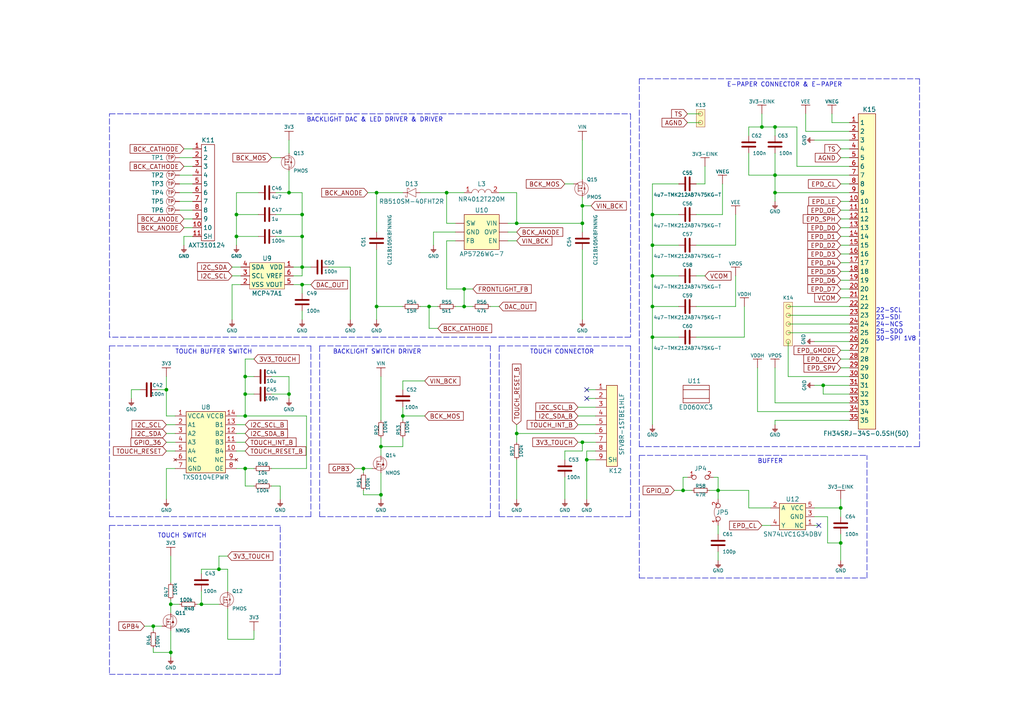
<source format=kicad_sch>
(kicad_sch (version 20211123) (generator eeschema)
  (paper "A4")
  (title_block (title "Soldered Inkplate 6 FLICK") (date "2024-05-20") (rev "V1.2.0") (company "SOLDERED") (comment 1 "333317"))
  (lib_symbols
    (symbol "e-radionica.com schematics:0603C" (pin_numbers hide) (pin_names (offset 0.002))
      (property "Reference" "C" (at 0 3.81 0))
      (property "Value" "0603C" (at 0 -3.175 0))
      (symbol "0603C_1_1"
        (pin passive line (at -2.54 0 0) (length 1.9) (name "~") (number "1"))
        (pin passive line (at 2.54 0 180) (length 1.9) (name "~") (number "2"))
      )
    )
    (symbol "e-radionica.com schematics:0603R" (pin_numbers hide) (pin_names (offset 0.254))
      (property "Reference" "R" (at 0 1.27 0))
      (property "Value" "0603R" (at 0 -1.905 0))
      (symbol "0603R_1_1"
        (pin passive line (at -2.54 0 0) (length 0.63) (name "~") (number "1"))
        (pin passive line (at 2.54 0 180) (length 0.63) (name "~") (number "2"))
      )
    )
    (symbol "e-radionica.com schematics:0805C" (pin_numbers hide)
      (property "Reference" "C" (at 0 3.81 0))
      (property "Value" "0805C" (at 0 -3.175 0))
      (symbol "0805C_1_1"
        (pin passive line (at -2.54 0 0) (length 1.9) (name "~") (number "1"))
        (pin passive line (at 2.54 0 180) (length 1.9) (name "~") (number "2"))
      )
    )
    (symbol "e-radionica.com schematics:1206C" (pin_numbers hide)
      (property "Reference" "C" (at 0 3.81 0))
      (property "Value" "1206C" (at 0 -3.175 0))
      (symbol "1206C_1_1"
        (pin passive line (at -2.54 0 0) (length 1.9) (name "~") (number "1"))
        (pin passive line (at 2.54 0 180) (length 1.9) (name "~") (number "2"))
      )
    )
    (symbol "e-radionica.com schematics:3V3" (power) (pin_names (offset 0))
      (property "Value" "3V3" (at 0 3.556 0))
      (symbol "3V3_1_1"
        (pin power_in line (at 0 0 90) (length 0) hide (name "3V3") (number "1"))
      )
    )
    (symbol "e-radionica.com schematics:3V3-EINK" (power) (pin_names (offset 0))
      (property "Value" "3V3-EINK" (at 0 3.556 0))
      (symbol "3V3-EINK_1_1"
        (pin power_in line (at 0 0 90) (length 0) hide (name "3V3-EINK") (number "1"))
      )
    )
    (symbol "e-radionica.com schematics:AP5726WG-7" (pin_numbers hide)
      (property "Reference" "U" (at 0 6.35 0))
      (property "Value" "AP5726WG-7" (at 0 -6.35 0))
      (symbol "AP5726WG-7_1_1"
        (pin passive line (at -7.62 2.54 0) (length 2.54) (name "SW") (number "1"))
        (pin passive line (at -7.62 0 0) (length 2.54) (name "GND") (number "2"))
        (pin passive line (at -7.62 -2.54 0) (length 2.54) (name "FB") (number "3"))
        (pin passive line (at 7.62 -2.54 180) (length 2.54) (name "EN") (number "4"))
        (pin passive line (at 7.62 0 180) (length 2.54) (name "OVP") (number "5"))
        (pin passive line (at 7.62 2.54 180) (length 2.54) (name "VIN") (number "6"))
      )
    )
    (symbol "e-radionica.com schematics:AXT310124"
      (property "Reference" "K" (at 0 15.24 0))
      (property "Value" "AXT310124" (at 0 -15.24 0))
      (symbol "AXT310124_1_1"
        (pin passive line (at -3.81 12.7 0) (length 2.54) (name "1") (number "1"))
        (pin passive line (at -3.81 -10.16 0) (length 2.54) (name "10") (number "10"))
        (pin passive line (at -3.81 -12.7 0) (length 2.54) (name "SH") (number "11"))
        (pin passive line (at -3.81 10.16 0) (length 2.54) (name "2") (number "2"))
        (pin passive line (at -3.81 7.62 0) (length 2.54) (name "3") (number "3"))
        (pin passive line (at -3.81 5.08 0) (length 2.54) (name "4") (number "4"))
        (pin passive line (at -3.81 2.54 0) (length 2.54) (name "5") (number "5"))
        (pin passive line (at -3.81 0 0) (length 2.54) (name "6") (number "6"))
        (pin passive line (at -3.81 -2.54 0) (length 2.54) (name "7") (number "7"))
        (pin passive line (at -3.81 -5.08 0) (length 2.54) (name "8") (number "8"))
        (pin passive line (at -3.81 -7.62 0) (length 2.54) (name "9") (number "9"))
      )
    )
    (symbol "e-radionica.com schematics:ED060XC3"
      (property "Reference" "U" (at 0 3.81 0))
      (property "Value" "ED060XC3" (at 0 -3.81 0))
    )
    (symbol "e-radionica.com schematics:FH34SRJ-34S-0.5SH(50)"
      (property "Reference" "K" (at 0 46.99 0))
      (property "Value" "FH34SRJ-34S-0.5SH(50)" (at 0 -46.99 0))
      (symbol "FH34SRJ-34S-0.5SH(50)_1_1"
        (pin passive line (at -5.08 43.18 0) (length 2.54) (name "1") (number "1"))
        (pin passive line (at -5.08 20.32 0) (length 2.54) (name "10") (number "10"))
        (pin passive line (at -5.08 17.78 0) (length 2.54) (name "11") (number "11"))
        (pin passive line (at -5.08 15.24 0) (length 2.54) (name "12") (number "12"))
        (pin passive line (at -5.08 12.7 0) (length 2.54) (name "13") (number "13"))
        (pin passive line (at -5.08 10.16 0) (length 2.54) (name "14") (number "14"))
        (pin passive line (at -5.08 7.62 0) (length 2.54) (name "15") (number "15"))
        (pin passive line (at -5.08 5.08 0) (length 2.54) (name "16") (number "16"))
        (pin passive line (at -5.08 2.54 0) (length 2.54) (name "17") (number "17"))
        (pin passive line (at -5.08 0 0) (length 2.54) (name "18") (number "18"))
        (pin passive line (at -5.08 -2.54 0) (length 2.54) (name "19") (number "19"))
        (pin passive line (at -5.08 40.64 0) (length 2.54) (name "2") (number "2"))
        (pin passive line (at -5.08 -5.08 0) (length 2.54) (name "20") (number "20"))
        (pin passive line (at -5.08 -7.62 0) (length 2.54) (name "21") (number "21"))
        (pin passive line (at -5.08 -10.16 0) (length 2.54) (name "22") (number "22"))
        (pin passive line (at -5.08 -12.7 0) (length 2.54) (name "23") (number "23"))
        (pin passive line (at -5.08 -15.24 0) (length 2.54) (name "24") (number "24"))
        (pin passive line (at -5.08 -17.78 0) (length 2.54) (name "25") (number "25"))
        (pin passive line (at -5.08 -20.32 0) (length 2.54) (name "26") (number "26"))
        (pin passive line (at -5.08 -22.86 0) (length 2.54) (name "27") (number "27"))
        (pin passive line (at -5.08 -25.4 0) (length 2.54) (name "28") (number "28"))
        (pin passive line (at -5.08 -27.94 0) (length 2.54) (name "29") (number "29"))
        (pin passive line (at -5.08 38.1 0) (length 2.54) (name "3") (number "3"))
        (pin passive line (at -5.08 -30.48 0) (length 2.54) (name "30") (number "30"))
        (pin passive line (at -5.08 -33.02 0) (length 2.54) (name "31") (number "31"))
        (pin passive line (at -5.08 -35.56 0) (length 2.54) (name "32") (number "32"))
        (pin passive line (at -5.08 -38.1 0) (length 2.54) (name "33") (number "33"))
        (pin passive line (at -5.08 -40.64 0) (length 2.54) (name "34") (number "34"))
        (pin passive line (at -5.08 -43.18 0) (length 2.54) (name "35") (number "35"))
        (pin passive line (at -5.08 35.56 0) (length 2.54) (name "4") (number "4"))
        (pin passive line (at -5.08 33.02 0) (length 2.54) (name "5") (number "5"))
        (pin passive line (at -5.08 30.48 0) (length 2.54) (name "6") (number "6"))
        (pin passive line (at -5.08 27.94 0) (length 2.54) (name "7") (number "7"))
        (pin passive line (at -5.08 25.4 0) (length 2.54) (name "8") (number "8"))
        (pin passive line (at -5.08 22.86 0) (length 2.54) (name "9") (number "9"))
      )
    )
    (symbol "e-radionica.com schematics:GND" (power) (pin_names (offset 0))
      (property "Value" "GND" (at 0 -2.921 0))
      (symbol "GND_1_1"
        (pin power_in line (at 0 0 270) (length 0) hide (name "GND") (number "1"))
      )
    )
    (symbol "e-radionica.com schematics:HEADER_MALE_2X1" (pin_numbers hide) (pin_names hide)
      (property "Reference" "K" (at 0 5.08 0))
      (property "Value" "HEADER_MALE_2X1" (at 0 -2.54 0))
      (symbol "HEADER_MALE_2X1_1_1"
        (pin passive line (at 0 0 180) (length 0) (name "~") (number "1"))
        (pin passive line (at 0 2.54 180) (length 0) (name "~") (number "2"))
      )
    )
    (symbol "e-radionica.com schematics:HEADER_MALE_5X1" (pin_numbers hide) (pin_names hide)
      (property "Reference" "K" (at 0 7.62 0))
      (property "Value" "HEADER_MALE_5X1" (at 0.635 -7.62 0))
      (symbol "HEADER_MALE_5X1_1_1"
        (pin passive line (at 0 -5.08 180) (length 0) (name "~") (number "1"))
        (pin passive line (at 0 -2.54 180) (length 0) (name "~") (number "2"))
        (pin passive line (at 0 0 180) (length 0) (name "~") (number "3"))
        (pin passive line (at 0 2.54 180) (length 0) (name "~") (number "4"))
        (pin passive line (at 0 5.08 180) (length 0) (name "~") (number "5"))
      )
    )
    (symbol "e-radionica.com schematics:MCP47A1"
      (property "Reference" "U" (at 0 5.08 0))
      (property "Value" "MCP47A1" (at 0 -5.08 0))
      (symbol "MCP47A1_1_1"
        (pin power_in line (at 7.62 2.54 180) (length 2.54) (name "VDD") (number "1"))
        (pin power_in line (at -7.62 -2.54 0) (length 2.54) (name "VSS") (number "2"))
        (pin bidirectional line (at -7.62 0 0) (length 2.54) (name "SCL") (number "3"))
        (pin bidirectional line (at -7.62 2.54 0) (length 2.54) (name "SDA") (number "4"))
        (pin bidirectional line (at 7.62 -2.54 180) (length 2.54) (name "VOUT") (number "5"))
        (pin bidirectional line (at 7.62 0 180) (length 2.54) (name "VREF") (number "6"))
      )
    )
    (symbol "e-radionica.com schematics:NMOS-SOT-23-3" (pin_numbers hide) (pin_names hide)
      (property "Reference" "Q" (at -1.143 2.921 0))
      (property "Value" "NMOS-SOT-23-3" (at 1.524 -3.937 0))
      (symbol "NMOS-SOT-23-3_1_1"
        (pin passive line (at -1.27 -1.27 0) (length 1.27) (name "G") (number "1"))
        (pin passive line (at 1.27 -2.54 90) (length 1.27) (name "S") (number "2"))
        (pin passive line (at 1.27 2.54 270) (length 1.27) (name "D") (number "3"))
      )
    )
    (symbol "e-radionica.com schematics:NR4012T220M"
      (property "Reference" "L" (at 0 2.54 0))
      (property "Value" "NR4012T220M" (at 0 -1.27 0))
      (symbol "NR4012T220M_1_1"
        (pin passive line (at -5.08 0 0) (length 2.2) (name "") (number "1"))
        (pin passive line (at 5.08 0 180) (length 2.2) (name "") (number "2"))
      )
    )
    (symbol "e-radionica.com schematics:PMOS-SOT-23-3" (pin_numbers hide) (pin_names hide)
      (property "Reference" "Q" (at -1.27 2.54 0))
      (property "Value" "PMOS-SOT-23-3" (at 0.381 -4.064 0))
      (symbol "PMOS-SOT-23-3_1_1"
        (pin passive line (at -1.27 -1.27 0) (length 1.27) (name "G") (number "1"))
        (pin passive line (at 1.27 -2.54 90) (length 1.27) (name "S") (number "2"))
        (pin passive line (at 1.27 2.54 270) (length 1.27) (name "D") (number "3"))
      )
    )
    (symbol "e-radionica.com schematics:RB510SM-40FHT2R" (pin_numbers hide) (pin_names hide)
      (property "Reference" "D" (at 0 2.54 0))
      (property "Value" "RB510SM-40FHT2R" (at 0 3.81 0))
      (symbol "RB510SM-40FHT2R_1_1"
        (pin passive line (at -2.54 0 0) (length 1.27) (name "A") (number "1"))
        (pin passive line (at 2.54 0 180) (length 1.27) (name "K") (number "2"))
      )
    )
    (symbol "e-radionica.com schematics:SFV8R-1STBE1HLF"
      (property "Reference" "K" (at 1.27 1.27 0))
      (property "Value" "SFV8R-1STBE1HLF" (at 1.27 -9.525 90))
      (symbol "SFV8R-1STBE1HLF_1_1"
        (pin passive line (at -3.81 -1.27 0) (length 3.1) (name "") (number "1"))
        (pin passive line (at -3.81 -3.81 0) (length 3.1) (name "") (number "2"))
        (pin passive line (at -3.81 -6.35 0) (length 3.1) (name "") (number "3"))
        (pin passive line (at -3.81 -8.89 0) (length 3.1) (name "") (number "4"))
        (pin passive line (at -3.81 -11.43 0) (length 3.1) (name "") (number "5"))
        (pin passive line (at -3.81 -13.97 0) (length 3.1) (name "") (number "6"))
        (pin passive line (at -3.81 -16.51 0) (length 3.1) (name "") (number "7"))
        (pin passive line (at -3.81 -19.05 0) (length 3.1) (name "") (number "8"))
        (pin passive line (at -3.81 -21.59 0) (length 3.1) (name "SH") (number "9"))
      )
    )
    (symbol "e-radionica.com schematics:SMD-JUMPER-CONNECTED_TRACE_SOLDERMASK"
      (property "Reference" "JP" (at 0 3.556 0))
      (property "Value" "SMD-JUMPER-CONNECTED_TRACE_SOLDERMASK" (at 0 -2.54 0))
      (symbol "SMD-JUMPER-CONNECTED_TRACE_SOLDERMASK_1_1"
        (pin passive inverted (at -3.81 0 0) (length 2.54) (name "") (number "1"))
        (pin passive inverted (at 3.81 0 180) (length 2.54) (name "") (number "2"))
      )
    )
    (symbol "e-radionica.com schematics:SMD_JUMPER"
      (property "Reference" "JP" (at 0 1.397 0))
      (property "Value" "SMD_JUMPER" (at 0 -2.54 0))
      (symbol "SMD_JUMPER_1_1"
        (pin passive inverted (at -3.81 0 0) (length 2.54) (name "") (number "1"))
        (pin passive inverted (at 3.81 0 180) (length 2.54) (name "") (number "2"))
      )
    )
    (symbol "e-radionica.com schematics:SN74LVC1G34DBV"
      (property "Reference" "U" (at -2.54 5.08 0))
      (property "Value" "SN74LVC1G34DBV" (at -1.27 7.62 0))
      (symbol "SN74LVC1G34DBV_1_1"
        (pin passive line (at 6.35 -2.54 180) (length 2.54) (name "NC") (number "1"))
        (pin passive line (at -6.35 2.54 0) (length 2.54) (name "A") (number "2"))
        (pin passive line (at 6.35 0 180) (length 2.54) (name "GND") (number "3"))
        (pin passive line (at -6.35 -2.54 0) (length 2.54) (name "Y") (number "4"))
        (pin passive line (at 6.35 2.54 180) (length 2.54) (name "VCC") (number "5"))
      )
    )
    (symbol "e-radionica.com schematics:TXS0104EPWR"
      (property "Reference" "U" (at 0 10.16 0))
      (property "Value" "TXS0104EPWR" (at 0 -10.16 0))
      (symbol "TXS0104EPWR_1_1"
        (pin power_in line (at -8.89 7.62 0) (length 3.1) (name "VCCA") (number "1"))
        (pin passive line (at 8.89 -2.54 180) (length 3.1) (name "B4") (number "10"))
        (pin passive line (at 8.89 0 180) (length 3.1) (name "B3") (number "11"))
        (pin passive line (at 8.89 2.54 180) (length 3.1) (name "B2") (number "12"))
        (pin passive line (at 8.89 5.08 180) (length 3.1) (name "B1") (number "13"))
        (pin power_out line (at 8.89 7.62 180) (length 3.1) (name "VCCB") (number "14"))
        (pin passive line (at -8.89 5.08 0) (length 3.1) (name "A1") (number "2"))
        (pin passive line (at -8.89 2.54 0) (length 3.1) (name "A2") (number "3"))
        (pin passive line (at -8.89 0 0) (length 3.1) (name "A3") (number "4"))
        (pin passive line (at -8.89 -2.54 0) (length 3.1) (name "A4") (number "5"))
        (pin no_connect line (at -8.89 -5.08 0) (length 3.1) (name "NC") (number "6"))
        (pin passive line (at -8.89 -7.62 0) (length 3.1) (name "GND") (number "7"))
        (pin passive line (at 8.89 -7.62 180) (length 3.1) (name "OE") (number "8"))
        (pin no_connect line (at 8.89 -5.08 180) (length 3.1) (name "NC") (number "9"))
      )
    )
    (symbol "e-radionica.com schematics:Test_Point_SMD_0.8mm" (pin_numbers hide) (pin_names hide)
      (property "Reference" "TP" (at 0 2.54 0))
      (symbol "Test_Point_SMD_0.8mm_0_0"
        (text "TP" (at 0 0 0) (effects (font (size 1 1))))
      )
      (symbol "Test_Point_SMD_0.8mm_1_1"
        (pin passive line (at 2.54 0 180) (length 1.27) (name "~") (number "TP"))
      )
    )
    (symbol "e-radionica.com schematics:VDDH" (power) (pin_names (offset 0))
      (property "Value" "VDDH" (at 0 3.556 0))
      (symbol "VDDH_1_1"
        (pin power_in line (at 0 0 90) (length 0) hide (name "VDDH") (number "1"))
      )
    )
    (symbol "e-radionica.com schematics:VEE" (power) (pin_names (offset 0))
      (property "Value" "VEE" (at 0 3.556 0))
      (symbol "VEE_1_1"
        (pin power_in line (at 0 0 90) (length 0) hide (name "VEE") (number "1"))
      )
    )
    (symbol "e-radionica.com schematics:VIN" (power) (pin_names (offset 0))
      (property "Value" "VIN" (at 0 3.556 0))
      (symbol "VIN_1_1"
        (pin power_in line (at 0 0 90) (length 0) hide (name "VIN") (number "1"))
      )
    )
    (symbol "e-radionica.com schematics:VNEG" (power) (pin_names (offset 0))
      (property "Value" "VNEG" (at 0 3.556 0))
      (symbol "VNEG_1_1"
        (pin power_in line (at 0 0 90) (length 0) hide (name "VNEG") (number "1"))
      )
    )
    (symbol "e-radionica.com schematics:VPOS" (power) (pin_names (offset 0))
      (property "Value" "VPOS" (at 0 3.556 0))
      (symbol "VPOS_1_1"
        (pin power_in line (at 0 0 90) (length 0) hide (name "VPOS") (number "1"))
      )
    )
  )
  (junction (at 110.49 129.54))
  (junction (at 49.53 175.26))
  (junction (at 149.86 64.77))
  (junction (at 149.86 125.73))
  (junction (at 189.23 71.12))
  (junction (at 134.62 88.9))
  (junction (at 109.22 55.88))
  (junction (at 124.46 88.9))
  (junction (at 224.79 50.8))
  (junction (at 170.18 133.35))
  (junction (at 109.22 88.9))
  (junction (at 243.84 157.48))
  (junction (at 83.82 55.88))
  (junction (at 168.91 59.69))
  (junction (at 189.23 80.01))
  (junction (at 87.63 62.23))
  (junction (at 208.28 142.24))
  (junction (at 87.63 82.55))
  (junction (at 87.63 68.58))
  (junction (at 189.23 88.9))
  (junction (at 49.53 189.23))
  (junction (at 83.82 114.3))
  (junction (at 116.84 120.65))
  (junction (at 134.62 83.82))
  (junction (at 63.5 165.1))
  (junction (at 168.91 128.27))
  (junction (at 238.76 111.76))
  (junction (at 105.41 135.89))
  (junction (at 129.54 55.88))
  (junction (at 48.26 113.03))
  (junction (at 198.12 142.24))
  (junction (at 189.23 97.79))
  (junction (at 71.12 109.22))
  (junction (at 71.12 114.3))
  (junction (at 68.58 62.23))
  (junction (at 87.63 77.47))
  (junction (at 220.98 36.83))
  (junction (at 189.23 62.23))
  (junction (at 71.12 120.65))
  (junction (at 44.45 181.61))
  (junction (at 110.49 143.51))
  (junction (at 71.12 135.89))
  (junction (at 224.79 55.88))
  (junction (at 224.79 36.83))
  (junction (at 58.42 175.26))
  (junction (at 68.58 68.58))
  (junction (at 168.91 64.77))
  (junction (at 243.84 147.32))
  (no_connect (at 237.49 152.4))
  (no_connect (at 170.18 113.03))
  (no_connect (at 170.18 115.57))
  (wire (pts (xy 233.68 38.1) (xy 233.68 33.02)))
  (wire (pts (xy 243.84 154.94) (xy 243.84 157.48)))
  (wire (pts (xy 217.17 50.8) (xy 224.79 50.8)))
  (wire (pts (xy 170.18 130.81) (xy 170.18 133.35)))
  (wire (pts (xy 129.54 69.85) (xy 129.54 83.82)))
  (wire (pts (xy 87.63 62.23) (xy 87.63 68.58)))
  (wire (pts (xy 142.24 88.9) (xy 144.78 88.9)))
  (wire (pts (xy 67.31 77.47) (xy 69.85 77.47)))
  (wire (pts (xy 66.04 165.1) (xy 66.04 171.45)))
  (wire (pts (xy 116.84 127) (xy 116.84 129.54)))
  (wire (pts (xy 116.84 120.65) (xy 116.84 121.92)))
  (wire (pts (xy 228.6 88.9) (xy 246.38 88.9)))
  (wire (pts (xy 78.74 114.3) (xy 83.82 114.3)))
  (wire (pts (xy 170.18 133.35) (xy 170.18 144.78)))
  (wire (pts (xy 167.64 118.11) (xy 172.72 118.11)))
  (wire (pts (xy 68.58 120.65) (xy 71.12 120.65)))
  (wire (pts (xy 246.38 35.56) (xy 241.3 35.56)))
  (wire (pts (xy 53.34 48.26) (xy 55.88 48.26)))
  (polyline (pts (xy 92.71 100.33) (xy 92.71 149.86)))
  (polyline (pts (xy 144.78 100.33) (xy 144.78 149.86)))
  (wire (pts (xy 208.28 142.24) (xy 205.74 142.24)))
  (wire (pts (xy 109.22 55.88) (xy 109.22 67.31)))
  (wire (pts (xy 71.12 114.3) (xy 73.66 114.3)))
  (wire (pts (xy 199.39 35.56) (xy 203.2 35.56)))
  (wire (pts (xy 224.79 121.92) (xy 246.38 121.92)))
  (polyline (pts (xy 81.28 195.58) (xy 81.28 152.4)))
  (wire (pts (xy 58.42 165.1) (xy 63.5 165.1)))
  (wire (pts (xy 224.79 39.37) (xy 224.79 36.83)))
  (wire (pts (xy 52.07 55.88) (xy 55.88 55.88)))
  (wire (pts (xy 223.52 147.32) (xy 217.17 147.32)))
  (wire (pts (xy 125.73 67.31) (xy 132.08 67.31)))
  (polyline (pts (xy 92.71 100.33) (xy 142.24 100.33)))
  (wire (pts (xy 236.22 40.64) (xy 246.38 40.64)))
  (wire (pts (xy 68.58 68.58) (xy 68.58 71.12)))
  (wire (pts (xy 105.41 143.51) (xy 110.49 143.51)))
  (wire (pts (xy 149.86 55.88) (xy 144.78 55.88)))
  (wire (pts (xy 213.36 62.23) (xy 213.36 71.12)))
  (wire (pts (xy 243.84 43.18) (xy 246.38 43.18)))
  (wire (pts (xy 243.84 104.14) (xy 246.38 104.14)))
  (wire (pts (xy 48.26 109.22) (xy 48.26 113.03)))
  (wire (pts (xy 87.63 77.47) (xy 87.63 68.58)))
  (wire (pts (xy 149.86 125.73) (xy 149.86 128.27)))
  (wire (pts (xy 132.08 69.85) (xy 129.54 69.85)))
  (wire (pts (xy 40.64 113.03) (xy 38.1 113.03)))
  (wire (pts (xy 243.84 147.32) (xy 236.22 147.32)))
  (wire (pts (xy 243.84 101.6) (xy 246.38 101.6)))
  (wire (pts (xy 116.84 110.49) (xy 116.84 113.03)))
  (wire (pts (xy 198.12 138.43) (xy 198.12 142.24)))
  (wire (pts (xy 58.42 171.45) (xy 58.42 175.26)))
  (wire (pts (xy 83.82 114.3) (xy 83.82 115.57)))
  (wire (pts (xy 201.93 80.01) (xy 204.47 80.01)))
  (wire (pts (xy 73.66 104.14) (xy 71.12 104.14)))
  (wire (pts (xy 209.55 53.34) (xy 209.55 62.23)))
  (wire (pts (xy 189.23 97.79) (xy 196.85 97.79)))
  (wire (pts (xy 129.54 64.77) (xy 129.54 55.88)))
  (wire (pts (xy 204.47 53.34) (xy 204.47 48.26)))
  (wire (pts (xy 52.07 60.96) (xy 55.88 60.96)))
  (wire (pts (xy 57.15 175.26) (xy 58.42 175.26)))
  (wire (pts (xy 208.28 138.43) (xy 208.28 142.24)))
  (wire (pts (xy 105.41 135.89) (xy 107.95 135.89)))
  (wire (pts (xy 105.41 135.89) (xy 105.41 137.16)))
  (wire (pts (xy 196.85 53.34) (xy 189.23 53.34)))
  (wire (pts (xy 73.66 185.42) (xy 66.04 185.42)))
  (wire (pts (xy 71.12 109.22) (xy 73.66 109.22)))
  (polyline (pts (xy 31.75 100.33) (xy 31.75 149.86)))
  (wire (pts (xy 49.53 175.26) (xy 52.07 175.26)))
  (wire (pts (xy 243.84 157.48) (xy 243.84 162.56)))
  (polyline (pts (xy 185.42 167.64) (xy 251.46 167.64)))
  (polyline (pts (xy 142.24 149.86) (xy 142.24 100.33)))
  (polyline (pts (xy 185.42 132.08) (xy 251.46 132.08)))
  (wire (pts (xy 132.08 64.77) (xy 129.54 64.77)))
  (wire (pts (xy 167.64 123.19) (xy 172.72 123.19)))
  (wire (pts (xy 228.6 96.52) (xy 246.38 96.52)))
  (wire (pts (xy 168.91 128.27) (xy 172.72 128.27)))
  (wire (pts (xy 68.58 125.73) (xy 71.12 125.73)))
  (wire (pts (xy 236.22 149.86) (xy 240.03 149.86)))
  (wire (pts (xy 217.17 39.37) (xy 217.17 36.83)))
  (wire (pts (xy 246.38 114.3) (xy 238.76 114.3)))
  (wire (pts (xy 170.18 113.03) (xy 172.72 113.03)))
  (wire (pts (xy 71.12 140.97) (xy 71.12 135.89)))
  (polyline (pts (xy 92.71 149.86) (xy 142.24 149.86)))
  (polyline (pts (xy 182.88 33.02) (xy 182.88 97.79)))
  (wire (pts (xy 236.22 99.06) (xy 246.38 99.06)))
  (wire (pts (xy 243.84 58.42) (xy 246.38 58.42)))
  (wire (pts (xy 219.71 119.38) (xy 219.71 106.68)))
  (wire (pts (xy 105.41 142.24) (xy 105.41 143.51)))
  (wire (pts (xy 189.23 88.9) (xy 196.85 88.9)))
  (polyline (pts (xy 185.42 22.86) (xy 266.7 22.86)))
  (wire (pts (xy 68.58 135.89) (xy 71.12 135.89)))
  (wire (pts (xy 147.32 69.85) (xy 149.86 69.85)))
  (wire (pts (xy 49.53 189.23) (xy 49.53 190.5)))
  (wire (pts (xy 52.07 45.72) (xy 55.88 45.72)))
  (wire (pts (xy 80.01 55.88) (xy 83.82 55.88)))
  (wire (pts (xy 189.23 53.34) (xy 189.23 62.23)))
  (wire (pts (xy 44.45 181.61) (xy 46.99 181.61)))
  (wire (pts (xy 87.63 82.55) (xy 90.17 82.55)))
  (polyline (pts (xy 90.17 100.33) (xy 90.17 149.86)))
  (wire (pts (xy 123.19 110.49) (xy 116.84 110.49)))
  (wire (pts (xy 240.03 157.48) (xy 243.84 157.48)))
  (polyline (pts (xy 182.88 97.79) (xy 31.75 97.79)))
  (wire (pts (xy 243.84 45.72) (xy 246.38 45.72)))
  (wire (pts (xy 213.36 71.12) (xy 201.93 71.12)))
  (wire (pts (xy 49.53 189.23) (xy 49.53 182.88)))
  (wire (pts (xy 224.79 36.83) (xy 220.98 36.83)))
  (wire (pts (xy 125.73 71.12) (xy 125.73 67.31)))
  (wire (pts (xy 85.09 82.55) (xy 87.63 82.55)))
  (wire (pts (xy 110.49 143.51) (xy 110.49 137.16)))
  (wire (pts (xy 83.82 109.22) (xy 83.82 114.3)))
  (wire (pts (xy 129.54 55.88) (xy 121.92 55.88)))
  (wire (pts (xy 163.83 53.34) (xy 166.37 53.34)))
  (wire (pts (xy 80.01 62.23) (xy 87.63 62.23)))
  (wire (pts (xy 48.26 128.27) (xy 50.8 128.27)))
  (wire (pts (xy 71.12 114.3) (xy 71.12 120.65)))
  (wire (pts (xy 68.58 62.23) (xy 68.58 68.58)))
  (wire (pts (xy 83.82 40.64) (xy 83.82 44.45)))
  (wire (pts (xy 87.63 82.55) (xy 87.63 85.09)))
  (wire (pts (xy 168.91 72.39) (xy 168.91 92.71)))
  (wire (pts (xy 78.74 135.89) (xy 88.9 135.89)))
  (wire (pts (xy 208.28 144.78) (xy 208.28 142.24)))
  (wire (pts (xy 63.5 161.29) (xy 63.5 165.1)))
  (polyline (pts (xy 144.78 149.86) (xy 182.88 149.86)))
  (wire (pts (xy 243.84 78.74) (xy 246.38 78.74)))
  (wire (pts (xy 243.84 53.34) (xy 246.38 53.34)))
  (wire (pts (xy 68.58 123.19) (xy 71.12 123.19)))
  (wire (pts (xy 243.84 60.96) (xy 246.38 60.96)))
  (wire (pts (xy 109.22 72.39) (xy 109.22 88.9)))
  (wire (pts (xy 163.83 138.43) (xy 163.83 144.78)))
  (wire (pts (xy 198.12 142.24) (xy 200.66 142.24)))
  (wire (pts (xy 228.6 109.22) (xy 228.6 99.06)))
  (wire (pts (xy 217.17 147.32) (xy 217.17 142.24)))
  (wire (pts (xy 127 95.25) (xy 124.46 95.25)))
  (wire (pts (xy 71.12 135.89) (xy 73.66 135.89)))
  (wire (pts (xy 168.91 59.69) (xy 168.91 64.77)))
  (wire (pts (xy 243.84 81.28) (xy 246.38 81.28)))
  (wire (pts (xy 149.86 133.35) (xy 149.86 144.78)))
  (wire (pts (xy 243.84 83.82) (xy 246.38 83.82)))
  (wire (pts (xy 246.38 48.26) (xy 231.14 48.26)))
  (wire (pts (xy 224.79 55.88) (xy 224.79 58.42)))
  (wire (pts (xy 78.74 140.97) (xy 81.28 140.97)))
  (wire (pts (xy 243.84 76.2) (xy 246.38 76.2)))
  (wire (pts (xy 228.6 93.98) (xy 246.38 93.98)))
  (wire (pts (xy 134.62 83.82) (xy 137.16 83.82)))
  (wire (pts (xy 87.63 80.01) (xy 87.63 77.47)))
  (wire (pts (xy 224.79 55.88) (xy 246.38 55.88)))
  (wire (pts (xy 246.38 50.8) (xy 224.79 50.8)))
  (wire (pts (xy 129.54 55.88) (xy 134.62 55.88)))
  (wire (pts (xy 132.08 88.9) (xy 134.62 88.9)))
  (wire (pts (xy 67.31 82.55) (xy 69.85 82.55)))
  (wire (pts (xy 87.63 55.88) (xy 87.63 62.23)))
  (wire (pts (xy 163.83 130.81) (xy 168.91 130.81)))
  (wire (pts (xy 246.38 38.1) (xy 233.68 38.1)))
  (wire (pts (xy 149.86 64.77) (xy 149.86 55.88)))
  (wire (pts (xy 63.5 165.1) (xy 66.04 165.1)))
  (wire (pts (xy 224.79 50.8) (xy 224.79 55.88)))
  (wire (pts (xy 134.62 83.82) (xy 134.62 88.9)))
  (wire (pts (xy 243.84 73.66) (xy 246.38 73.66)))
  (wire (pts (xy 81.28 140.97) (xy 81.28 144.78)))
  (wire (pts (xy 85.09 80.01) (xy 87.63 80.01)))
  (wire (pts (xy 189.23 62.23) (xy 189.23 71.12)))
  (wire (pts (xy 168.91 130.81) (xy 168.91 128.27)))
  (wire (pts (xy 189.23 97.79) (xy 189.23 123.19)))
  (wire (pts (xy 52.07 58.42) (xy 55.88 58.42)))
  (wire (pts (xy 224.79 50.8) (xy 224.79 44.45)))
  (wire (pts (xy 101.6 92.71) (xy 101.6 77.47)))
  (wire (pts (xy 44.45 181.61) (xy 44.45 182.88)))
  (wire (pts (xy 243.84 68.58) (xy 246.38 68.58)))
  (wire (pts (xy 48.26 113.03) (xy 48.26 120.65)))
  (wire (pts (xy 243.84 106.68) (xy 246.38 106.68)))
  (wire (pts (xy 109.22 55.88) (xy 116.84 55.88)))
  (wire (pts (xy 170.18 115.57) (xy 172.72 115.57)))
  (polyline (pts (xy 144.78 100.33) (xy 182.88 100.33)))
  (polyline (pts (xy 182.88 149.86) (xy 182.88 100.33)))
  (wire (pts (xy 172.72 133.35) (xy 170.18 133.35)))
  (wire (pts (xy 231.14 48.26) (xy 231.14 36.83)))
  (polyline (pts (xy 31.75 195.58) (xy 81.28 195.58)))
  (wire (pts (xy 246.38 119.38) (xy 219.71 119.38)))
  (wire (pts (xy 87.63 90.17) (xy 87.63 92.71)))
  (polyline (pts (xy 266.7 129.54) (xy 185.42 129.54)))
  (polyline (pts (xy 31.75 100.33) (xy 90.17 100.33)))
  (wire (pts (xy 71.12 140.97) (xy 73.66 140.97)))
  (wire (pts (xy 243.84 86.36) (xy 246.38 86.36)))
  (wire (pts (xy 58.42 166.37) (xy 58.42 165.1)))
  (wire (pts (xy 201.93 53.34) (xy 204.47 53.34)))
  (wire (pts (xy 171.45 59.69) (xy 168.91 59.69)))
  (wire (pts (xy 189.23 80.01) (xy 189.23 88.9)))
  (wire (pts (xy 246.38 109.22) (xy 228.6 109.22)))
  (wire (pts (xy 168.91 64.77) (xy 149.86 64.77)))
  (wire (pts (xy 168.91 57.15) (xy 168.91 59.69)))
  (wire (pts (xy 149.86 123.19) (xy 149.86 125.73)))
  (wire (pts (xy 109.22 55.88) (xy 106.68 55.88)))
  (wire (pts (xy 110.49 109.22) (xy 110.49 121.92)))
  (polyline (pts (xy 31.75 152.4) (xy 81.28 152.4)))
  (wire (pts (xy 238.76 114.3) (xy 238.76 111.76)))
  (wire (pts (xy 209.55 62.23) (xy 201.93 62.23)))
  (wire (pts (xy 53.34 68.58) (xy 53.34 71.12)))
  (wire (pts (xy 67.31 80.01) (xy 69.85 80.01)))
  (wire (pts (xy 52.07 53.34) (xy 55.88 53.34)))
  (wire (pts (xy 102.87 135.89) (xy 105.41 135.89)))
  (wire (pts (xy 73.66 182.88) (xy 73.66 185.42)))
  (wire (pts (xy 231.14 36.83) (xy 224.79 36.83)))
  (wire (pts (xy 224.79 116.84) (xy 246.38 116.84)))
  (wire (pts (xy 217.17 44.45) (xy 217.17 50.8)))
  (wire (pts (xy 85.09 77.47) (xy 87.63 77.47)))
  (wire (pts (xy 48.26 125.73) (xy 50.8 125.73)))
  (wire (pts (xy 49.53 161.29) (xy 49.53 168.91)))
  (wire (pts (xy 53.34 63.5) (xy 55.88 63.5)))
  (wire (pts (xy 243.84 144.78) (xy 243.84 147.32)))
  (wire (pts (xy 208.28 152.4) (xy 208.28 154.94)))
  (wire (pts (xy 95.25 77.47) (xy 101.6 77.47)))
  (wire (pts (xy 41.91 181.61) (xy 44.45 181.61)))
  (wire (pts (xy 124.46 88.9) (xy 121.92 88.9)))
  (wire (pts (xy 243.84 66.04) (xy 246.38 66.04)))
  (wire (pts (xy 53.34 66.04) (xy 55.88 66.04)))
  (wire (pts (xy 236.22 152.4) (xy 237.49 152.4)))
  (polyline (pts (xy 251.46 167.64) (xy 251.46 132.08)))
  (wire (pts (xy 109.22 88.9) (xy 116.84 88.9)))
  (wire (pts (xy 240.03 149.86) (xy 240.03 157.48)))
  (wire (pts (xy 168.91 67.31) (xy 168.91 64.77)))
  (wire (pts (xy 48.26 130.81) (xy 50.8 130.81)))
  (wire (pts (xy 129.54 83.82) (xy 134.62 83.82)))
  (wire (pts (xy 78.74 45.72) (xy 81.28 45.72)))
  (wire (pts (xy 88.9 135.89) (xy 88.9 120.65)))
  (wire (pts (xy 189.23 80.01) (xy 196.85 80.01)))
  (wire (pts (xy 38.1 113.03) (xy 38.1 115.57)))
  (wire (pts (xy 48.26 123.19) (xy 50.8 123.19)))
  (wire (pts (xy 243.84 63.5) (xy 246.38 63.5)))
  (wire (pts (xy 168.91 40.64) (xy 168.91 52.07)))
  (wire (pts (xy 224.79 106.68) (xy 224.79 116.84)))
  (wire (pts (xy 66.04 185.42) (xy 66.04 176.53)))
  (wire (pts (xy 208.28 160.02) (xy 208.28 162.56)))
  (polyline (pts (xy 31.75 97.79) (xy 31.75 33.02)))
  (wire (pts (xy 213.36 88.9) (xy 201.93 88.9)))
  (wire (pts (xy 109.22 88.9) (xy 109.22 92.71)))
  (wire (pts (xy 68.58 128.27) (xy 71.12 128.27)))
  (wire (pts (xy 78.74 109.22) (xy 83.82 109.22)))
  (wire (pts (xy 199.39 33.02) (xy 203.2 33.02)))
  (polyline (pts (xy 266.7 22.86) (xy 266.7 129.54)))
  (wire (pts (xy 68.58 55.88) (xy 68.58 62.23)))
  (wire (pts (xy 134.62 88.9) (xy 137.16 88.9)))
  (wire (pts (xy 241.3 35.56) (xy 241.3 33.02)))
  (wire (pts (xy 116.84 120.65) (xy 123.19 120.65)))
  (wire (pts (xy 238.76 111.76) (xy 246.38 111.76)))
  (polyline (pts (xy 31.75 33.02) (xy 182.88 33.02)))
  (wire (pts (xy 83.82 55.88) (xy 87.63 55.88)))
  (wire (pts (xy 90.17 77.47) (xy 87.63 77.47)))
  (wire (pts (xy 50.8 120.65) (xy 48.26 120.65)))
  (wire (pts (xy 243.84 149.86) (xy 243.84 147.32)))
  (wire (pts (xy 88.9 120.65) (xy 71.12 120.65)))
  (wire (pts (xy 74.93 55.88) (xy 68.58 55.88)))
  (wire (pts (xy 236.22 111.76) (xy 238.76 111.76)))
  (wire (pts (xy 45.72 113.03) (xy 48.26 113.03)))
  (wire (pts (xy 189.23 88.9) (xy 189.23 97.79)))
  (wire (pts (xy 49.53 173.99) (xy 49.53 175.26)))
  (wire (pts (xy 124.46 88.9) (xy 127 88.9)))
  (wire (pts (xy 71.12 109.22) (xy 71.12 114.3)))
  (wire (pts (xy 243.84 71.12) (xy 246.38 71.12)))
  (wire (pts (xy 116.84 129.54) (xy 110.49 129.54)))
  (wire (pts (xy 147.32 67.31) (xy 149.86 67.31)))
  (wire (pts (xy 110.49 143.51) (xy 110.49 144.78)))
  (wire (pts (xy 201.93 97.79) (xy 215.9 97.79)))
  (wire (pts (xy 48.26 135.89) (xy 48.26 144.78)))
  (polyline (pts (xy 90.17 149.86) (xy 31.75 149.86)))
  (wire (pts (xy 172.72 130.81) (xy 170.18 130.81)))
  (wire (pts (xy 215.9 97.79) (xy 215.9 88.9)))
  (wire (pts (xy 213.36 80.01) (xy 213.36 88.9)))
  (wire (pts (xy 68.58 68.58) (xy 74.93 68.58)))
  (wire (pts (xy 71.12 104.14) (xy 71.12 109.22)))
  (wire (pts (xy 55.88 68.58) (xy 53.34 68.58)))
  (wire (pts (xy 67.31 92.71) (xy 67.31 82.55)))
  (wire (pts (xy 195.58 142.24) (xy 198.12 142.24)))
  (wire (pts (xy 149.86 125.73) (xy 172.72 125.73)))
  (wire (pts (xy 167.64 120.65) (xy 172.72 120.65)))
  (wire (pts (xy 66.04 161.29) (xy 63.5 161.29)))
  (wire (pts (xy 208.28 142.24) (xy 217.17 142.24)))
  (wire (pts (xy 189.23 62.23) (xy 196.85 62.23)))
  (wire (pts (xy 49.53 175.26) (xy 49.53 177.8)))
  (wire (pts (xy 217.17 36.83) (xy 220.98 36.83)))
  (polyline (pts (xy 185.42 129.54) (xy 185.42 22.86)))
  (wire (pts (xy 68.58 62.23) (xy 74.93 62.23)))
  (wire (pts (xy 110.49 129.54) (xy 110.49 127)))
  (wire (pts (xy 116.84 118.11) (xy 116.84 120.65)))
  (wire (pts (xy 83.82 49.53) (xy 83.82 55.88)))
  (polyline (pts (xy 31.75 152.4) (xy 31.75 195.58)))
  (wire (pts (xy 58.42 175.26) (xy 63.5 175.26)))
  (wire (pts (xy 68.58 130.81) (xy 71.12 130.81)))
  (wire (pts (xy 224.79 123.19) (xy 224.79 121.92)))
  (wire (pts (xy 189.23 71.12) (xy 196.85 71.12)))
  (wire (pts (xy 44.45 187.96) (xy 44.45 189.23)))
  (wire (pts (xy 147.32 64.77) (xy 149.86 64.77)))
  (wire (pts (xy 167.64 128.27) (xy 168.91 128.27)))
  (wire (pts (xy 50.8 135.89) (xy 48.26 135.89)))
  (wire (pts (xy 163.83 133.35) (xy 163.83 130.81)))
  (wire (pts (xy 228.6 91.44) (xy 246.38 91.44)))
  (wire (pts (xy 80.01 68.58) (xy 87.63 68.58)))
  (wire (pts (xy 220.98 33.02) (xy 220.98 36.83)))
  (wire (pts (xy 44.45 189.23) (xy 49.53 189.23)))
  (wire (pts (xy 52.07 50.8) (xy 55.88 50.8)))
  (wire (pts (xy 53.34 43.18) (xy 55.88 43.18)))
  (wire (pts (xy 220.98 152.4) (xy 223.52 152.4)))
  (wire (pts (xy 189.23 71.12) (xy 189.23 80.01)))
  (wire (pts (xy 199.39 138.43) (xy 198.12 138.43)))
  (wire (pts (xy 124.46 95.25) (xy 124.46 88.9)))
  (wire (pts (xy 207.01 138.43) (xy 208.28 138.43)))
  (polyline (pts (xy 185.42 132.08) (xy 185.42 167.64)))
  (wire (pts (xy 110.49 129.54) (xy 110.49 132.08)))
  (text "BACKLIGHT DAC & LED DRIVER & DRIVER" (at 88.9 35.56 0) (effects (font (size 1.27 1.27)) (justify left bottom)))
  (text "TOUCH CONNECTOR" (at 153.67 102.87 0) (effects (font (size 1.27 1.27)) (justify left bottom)))
  (text "TOUCH BUFFER SWITCH" (at 50.8 102.87 0) (effects (font (size 1.27 1.27)) (justify left bottom)))
  (text "BACKLIGHT SWITCH DRIVER" (at 96.52 102.87 0) (effects (font (size 1.27 1.27)) (justify left bottom)))
  (text "E-PAPER CONNECTOR & E-PAPER\n" (at 210.82 25.4 0) (effects (font (size 1.27 1.27)) (justify left bottom)))
  (text "BUFFER" (at 219.71 134.62 0) (effects (font (size 1.27 1.27)) (justify left bottom)))
  (text "TOUCH SWITCH" (at 45.72 156.21 0) (effects (font (size 1.27 1.27)) (justify left bottom)))
  (text "22-SCL\n23-SDI\n24-NCS\n25-SDO\n30-SPI 1V8" (at 254 99.06 0) (effects (font (size 1.27 1.27)) (justify left bottom)))
  (global_label "3V3_TOUCH" (shape input) (at 73.66 104.14 0) (property "Intersheet References" "${INTERSHEET_REFS}" (effects hide)))
  (global_label "EPD_GMODE" (shape input) (at 243.84 101.6 180) (property "Intersheet References" "${INTERSHEET_REFS}" (effects hide)))
  (global_label "I2C_SDA_B" (shape input) (at 167.64 120.65 180) (property "Intersheet References" "${INTERSHEET_REFS}" (effects hide)))
  (global_label "AGND" (shape input) (at 199.39 35.56 180) (property "Intersheet References" "${INTERSHEET_REFS}" (effects hide)))
  (global_label "EPD_SPV" (shape input) (at 243.84 106.68 180) (property "Intersheet References" "${INTERSHEET_REFS}" (effects hide)))
  (global_label "GPB3" (shape input) (at 102.87 135.89 180) (property "Intersheet References" "${INTERSHEET_REFS}" (effects hide)))
  (global_label "EPD_CL" (shape input) (at 243.84 53.34 180) (property "Intersheet References" "${INTERSHEET_REFS}" (effects hide)))
  (global_label "BCK_CATHODE" (shape input) (at 53.34 48.26 180) (property "Intersheet References" "${INTERSHEET_REFS}" (effects hide)))
  (global_label "VIN_BCK" (shape input) (at 149.86 69.85 0) (property "Intersheet References" "${INTERSHEET_REFS}" (effects hide)))
  (global_label "VCOM" (shape input) (at 243.84 86.36 180) (property "Intersheet References" "${INTERSHEET_REFS}" (effects hide)))
  (global_label "BCK_ANODE" (shape input) (at 149.86 67.31 0) (property "Intersheet References" "${INTERSHEET_REFS}" (effects hide)))
  (global_label "EPD_D4" (shape input) (at 243.84 76.2 180) (property "Intersheet References" "${INTERSHEET_REFS}" (effects hide)))
  (global_label "TOUCH_INT_B" (shape input) (at 71.12 128.27 0) (property "Intersheet References" "${INTERSHEET_REFS}" (effects hide)))
  (global_label "TOUCH_RESET_B" (shape input) (at 71.12 130.81 0) (property "Intersheet References" "${INTERSHEET_REFS}" (effects hide)))
  (global_label "EPD_OE" (shape input) (at 243.84 60.96 180) (property "Intersheet References" "${INTERSHEET_REFS}" (effects hide)))
  (global_label "I2C_SCL" (shape input) (at 67.31 80.01 180) (property "Intersheet References" "${INTERSHEET_REFS}" (effects hide)))
  (global_label "VIN_BCK" (shape input) (at 171.45 59.69 0) (property "Intersheet References" "${INTERSHEET_REFS}" (effects hide)))
  (global_label "EPD_D6" (shape input) (at 243.84 81.28 180) (property "Intersheet References" "${INTERSHEET_REFS}" (effects hide)))
  (global_label "TOUCH_RESET" (shape input) (at 48.26 130.81 180) (property "Intersheet References" "${INTERSHEET_REFS}" (effects hide)))
  (global_label "BCK_CATHODE" (shape input) (at 53.34 43.18 180) (property "Intersheet References" "${INTERSHEET_REFS}" (effects hide)))
  (global_label "BCK_ANODE" (shape input) (at 53.34 63.5 180) (property "Intersheet References" "${INTERSHEET_REFS}" (effects hide)))
  (global_label "BCK_MOS" (shape input) (at 123.19 120.65 0) (property "Intersheet References" "${INTERSHEET_REFS}" (effects hide)))
  (global_label "EPD_LE" (shape input) (at 243.84 58.42 180) (property "Intersheet References" "${INTERSHEET_REFS}" (effects hide)))
  (global_label "FRONTLIGHT_FB" (shape input) (at 137.16 83.82 0) (property "Intersheet References" "${INTERSHEET_REFS}" (effects hide)))
  (global_label "I2C_SDA" (shape input) (at 48.26 125.73 180) (property "Intersheet References" "${INTERSHEET_REFS}" (effects hide)))
  (global_label "I2C_SDA_B" (shape input) (at 71.12 125.73 0) (property "Intersheet References" "${INTERSHEET_REFS}" (effects hide)))
  (global_label "EPD_CKV" (shape input) (at 243.84 104.14 180) (property "Intersheet References" "${INTERSHEET_REFS}" (effects hide)))
  (global_label "EPD_SPH" (shape input) (at 243.84 63.5 180) (property "Intersheet References" "${INTERSHEET_REFS}" (effects hide)))
  (global_label "VCOM" (shape input) (at 204.47 80.01 0) (property "Intersheet References" "${INTERSHEET_REFS}" (effects hide)))
  (global_label "I2C_SCL_B" (shape input) (at 167.64 118.11 180) (property "Intersheet References" "${INTERSHEET_REFS}" (effects hide)))
  (global_label "TS" (shape input) (at 199.39 33.02 180) (property "Intersheet References" "${INTERSHEET_REFS}" (effects hide)))
  (global_label "BCK_MOS" (shape input) (at 163.83 53.34 180) (property "Intersheet References" "${INTERSHEET_REFS}" (effects hide)))
  (global_label "DAC_OUT" (shape input) (at 90.17 82.55 0) (property "Intersheet References" "${INTERSHEET_REFS}" (effects hide)))
  (global_label "BCK_ANODE" (shape input) (at 53.34 66.04 180) (property "Intersheet References" "${INTERSHEET_REFS}" (effects hide)))
  (global_label "AGND" (shape input) (at 243.84 45.72 180) (property "Intersheet References" "${INTERSHEET_REFS}" (effects hide)))
  (global_label "EPD_CL" (shape input) (at 220.98 152.4 180) (property "Intersheet References" "${INTERSHEET_REFS}" (effects hide)))
  (global_label "EPD_D5" (shape input) (at 243.84 78.74 180) (property "Intersheet References" "${INTERSHEET_REFS}" (effects hide)))
  (global_label "3V3_TOUCH" (shape input) (at 66.04 161.29 0) (property "Intersheet References" "${INTERSHEET_REFS}" (effects hide)))
  (global_label "EPD_D0" (shape input) (at 243.84 66.04 180) (property "Intersheet References" "${INTERSHEET_REFS}" (effects hide)))
  (global_label "GPB4" (shape input) (at 41.91 181.61 180) (property "Intersheet References" "${INTERSHEET_REFS}" (effects hide)))
  (global_label "GPIO_0" (shape input) (at 195.58 142.24 180) (property "Intersheet References" "${INTERSHEET_REFS}" (effects hide)))
  (global_label "EPD_D1" (shape input) (at 243.84 68.58 180) (property "Intersheet References" "${INTERSHEET_REFS}" (effects hide)))
  (global_label "EPD_D3" (shape input) (at 243.84 73.66 180) (property "Intersheet References" "${INTERSHEET_REFS}" (effects hide)))
  (global_label "BCK_CATHODE" (shape input) (at 127 95.25 0) (property "Intersheet References" "${INTERSHEET_REFS}" (effects hide)))
  (global_label "EPD_D2" (shape input) (at 243.84 71.12 180) (property "Intersheet References" "${INTERSHEET_REFS}" (effects hide)))
  (global_label "I2C_SCL_B" (shape input) (at 71.12 123.19 0) (property "Intersheet References" "${INTERSHEET_REFS}" (effects hide)))
  (global_label "GPIO_36" (shape input) (at 48.26 128.27 180) (property "Intersheet References" "${INTERSHEET_REFS}" (effects hide)))
  (global_label "I2C_SDA" (shape input) (at 67.31 77.47 180) (property "Intersheet References" "${INTERSHEET_REFS}" (effects hide)))
  (global_label "TOUCH_INT_B" (shape input) (at 167.64 123.19 180) (property "Intersheet References" "${INTERSHEET_REFS}" (effects hide)))
  (global_label "TS" (shape input) (at 243.84 43.18 180) (property "Intersheet References" "${INTERSHEET_REFS}" (effects hide)))
  (global_label "EPD_D7" (shape input) (at 243.84 83.82 180) (property "Intersheet References" "${INTERSHEET_REFS}" (effects hide)))
  (global_label "VIN_BCK" (shape input) (at 123.19 110.49 0) (property "Intersheet References" "${INTERSHEET_REFS}" (effects hide)))
  (global_label "DAC_OUT" (shape input) (at 144.78 88.9 0) (property "Intersheet References" "${INTERSHEET_REFS}" (effects hide)))
  (global_label "I2C_SCL" (shape input) (at 48.26 123.19 180) (property "Intersheet References" "${INTERSHEET_REFS}" (effects hide)))
  (global_label "BCK_ANODE" (shape input) (at 106.68 55.88 180) (property "Intersheet References" "${INTERSHEET_REFS}" (effects hide)))
  (global_label "BCK_MOS" (shape input) (at 78.74 45.72 180) (property "Intersheet References" "${INTERSHEET_REFS}" (effects hide)))
  (global_label "TOUCH_RESET_B" (shape input) (at 149.86 123.19 90) (property "Intersheet References" "${INTERSHEET_REFS}" (effects hide)))
  (global_label "3V3_TOUCH" (shape input) (at 167.64 128.27 180) (property "Intersheet References" "${INTERSHEET_REFS}" (effects hide)))
  (symbol (lib_id "e-radionica.com schematics:0603C") (at 92.71 77.47 180) (unit 1)
    (property "Reference" "C50" (at 93.98 76.2 0) (effects (font (size 1 1)) (justify right)))
    (property "Value" "100n" (at 93.98 78.74 0) (effects (font (size 1 1)) (justify right)))
    (property "Footprint" "e-radionica.com footprinti:0603C" (effects hide))
  )
  (symbol (lib_id "e-radionica.com schematics:0603C") (at 77.47 68.58 180) (unit 1)
    (property "Reference" "C48" (at 78.74 67.31 0) (effects (font (size 1 1)) (justify right)))
    (property "Value" "100n" (at 78.74 69.85 0) (effects (font (size 1 1)) (justify right)))
    (property "Footprint" "e-radionica.com footprinti:0603C" (effects hide))
  )
  (symbol (lib_id "e-radionica.com schematics:GND") (at 224.79 58.42 0) (unit 1)
    (property "Reference" "#PWR0143" (effects hide))
    (property "Value" "GND" (at 224.79 61.341 0) (effects (font (size 1 1))))
  )
  (symbol (lib_id "e-radionica.com schematics:0603C") (at 43.18 113.03 0) (unit 1)
    (property "Reference" "C42" (at 45.72 111.76 0) (effects (font (size 1 1))))
    (property "Value" "100n" (at 45.72 114.3 0) (effects (font (size 1 1))))
    (property "Footprint" "e-radionica.com footprinti:0603C" (effects hide))
  )
  (symbol (lib_id "e-radionica.com schematics:0603C") (at 77.47 55.88 180) (unit 1)
    (property "Reference" "C46" (at 78.74 54.61 0) (effects (font (size 1 1)) (justify right)))
    (property "Value" "4u7" (at 78.74 57.15 0) (effects (font (size 1 1)) (justify right)))
    (property "Footprint" "e-radionica.com footprinti:0603C" (effects hide))
  )
  (symbol (lib_id "e-radionica.com schematics:0805C") (at 199.39 80.01 0) (unit 1)
    (property "Reference" "C58" (at 199.39 76.835 0) (effects (font (size 1 1))))
    (property "Value" "4u7-TMK212AB7475KG-T" (at 199.39 83.185 0) (effects (font (size 1 1))))
    (property "Footprint" "e-radionica.com footprinti:0805C" (effects hide))
  )
  (symbol (lib_id "e-radionica.com schematics:0805C") (at 109.22 69.85 90) (unit 1)
    (property "Reference" "C51" (at 105.41 68.58 0) (effects (font (size 1 1)) (justify right)))
    (property "Value" "CL21B105KBFNNNG" (at 113.03 62.23 0) (effects (font (size 1 1)) (justify right)))
    (property "Footprint" "e-radionica.com footprinti:0805C" (effects hide))
  )
  (symbol (lib_id "e-radionica.com schematics:0603R") (at 119.38 88.9 0) (unit 1)
    (property "Reference" "R54" (at 119.38 87.63 0) (effects (font (size 1 1))))
    (property "Value" "15R" (at 119.38 90.17 0) (effects (font (size 1 1))))
    (property "Footprint" "e-radionica.com footprinti:0603R" (effects hide))
  )
  (symbol (lib_id "e-radionica.com schematics:0603R") (at 105.41 139.7 90) (unit 1)
    (property "Reference" "R51" (at 104.14 138.43 0) (effects (font (size 1 1)) (justify right)))
    (property "Value" "100k" (at 106.68 138.43 0) (effects (font (size 1 1)) (justify right)))
    (property "Footprint" "e-radionica.com footprinti:0603R" (effects hide))
  )
  (symbol (lib_id "e-radionica.com schematics:0603R") (at 76.2 140.97 0) (unit 1)
    (property "Reference" "R50" (at 76.2 139.7 0) (effects (font (size 1 1))))
    (property "Value" "100k" (at 76.2 142.24 0) (effects (font (size 1 1))))
    (property "Footprint" "e-radionica.com footprinti:0603R" (effects hide))
  )
  (symbol (lib_id "e-radionica.com schematics:GND") (at 110.49 144.78 0) (unit 1)
    (property "Reference" "#PWR0127" (effects hide))
    (property "Value" "GND" (at 110.49 147.955 0) (effects (font (size 1 1))))
  )
  (symbol (lib_id "e-radionica.com schematics:Test_Point_SMD_0.8mm") (at 49.53 60.96 0) (unit 1)
    (property "Reference" "TP6" (at 45.72 60.96 0))
    (property "Value" "Test_Point_SMD_0.8mm" (effects hide))
    (property "Footprint" "e-radionica.com footprinti:Test_Point_SMD_0.8mm" (effects hide))
  )
  (symbol (lib_id "e-radionica.com schematics:SMD_JUMPER") (at 203.2 138.43 0) (unit 1)
    (property "Reference" "JP4" (at 203.2 135.89 0))
    (property "Value" "SMD_JUMPER" (effects hide))
    (property "Footprint" "e-radionica.com footprinti:SMD_JUMPER" (effects hide))
  )
  (symbol (lib_id "e-radionica.com schematics:0603C") (at 58.42 168.91 90) (unit 1)
    (property "Reference" "C43" (at 60.96 166.37 90) (effects (font (size 1 1))))
    (property "Value" "100n" (at 60.96 171.45 90) (effects (font (size 1 1))))
    (property "Footprint" "e-radionica.com footprinti:0603C" (effects hide))
  )
  (symbol (lib_id "e-radionica.com schematics:ED060XC3") (at 201.93 114.3 0) (unit 1)
    (property "Reference" "U11" (at 199.39 110.49 0) (effects (justify left)))
    (property "Value" "ED060XC3" (at 196.85 118.11 0) (effects (justify left)))
    (property "Footprint" "e-radionica.com footprinti:ED060XC3" (effects hide))
  )
  (symbol (lib_id "e-radionica.com schematics:0805C") (at 168.91 69.85 90) (unit 1)
    (property "Reference" "C54" (at 165.1 68.58 0) (effects (font (size 1 1)) (justify right)))
    (property "Value" "CL21B105KBFNNNG" (at 172.72 62.23 0) (effects (font (size 1 1)) (justify right)))
    (property "Footprint" "e-radionica.com footprinti:0805C" (effects hide))
  )
  (symbol (lib_id "e-radionica.com schematics:GND") (at 53.34 71.12 0) (unit 1)
    (property "Reference" "#PWR0116" (effects hide))
    (property "Value" "GND" (at 53.34 74.295 0) (effects (font (size 1 1))))
  )
  (symbol (lib_id "e-radionica.com schematics:0805C") (at 199.39 71.12 0) (unit 1)
    (property "Reference" "C57" (at 199.39 67.945 0) (effects (font (size 1 1))))
    (property "Value" "4u7-TMK212AB7475KG-T" (at 199.39 74.295 0) (effects (font (size 1 1))))
    (property "Footprint" "e-radionica.com footprinti:0805C" (effects hide))
  )
  (symbol (lib_id "e-radionica.com schematics:VNEG") (at 241.3 33.02 0) (unit 1)
    (property "Reference" "#PWR0150" (effects hide))
    (property "Value" "VNEG" (at 241.3 29.464 0) (effects (font (size 1 1))))
  )
  (symbol (lib_id "e-radionica.com schematics:GND") (at 109.22 92.71 0) (unit 1)
    (property "Reference" "#PWR0125" (effects hide))
    (property "Value" "GND" (at 109.22 95.885 0) (effects (font (size 1 1))))
  )
  (symbol (lib_id "e-radionica.com schematics:0603C") (at 243.84 152.4 90) (unit 1)
    (property "Reference" "C64" (at 245.11 149.86 90) (effects (font (size 1 1)) (justify right)))
    (property "Value" "100n" (at 245.11 154.94 90) (effects (font (size 1 1)) (justify right)))
    (property "Footprint" "e-radionica.com footprinti:0603C" (effects hide))
  )
  (symbol (lib_id "e-radionica.com schematics:HEADER_MALE_5X1") (at 228.6 93.98 0) (unit 1)
    (property "Reference" "K14" (at 228.6 86.36 0) (effects (font (size 1 1))))
    (property "Value" "HEADER_MALE_5X1" (effects hide))
    (property "Footprint" "e-radionica.com footprinti:HEADER_MALE_5X1" (effects hide))
  )
  (symbol (lib_id "e-radionica.com schematics:Test_Point_SMD_0.8mm") (at 49.53 45.72 0) (unit 1)
    (property "Reference" "TP1" (at 45.72 45.72 0))
    (property "Value" "Test_Point_SMD_0.8mm" (effects hide))
    (property "Footprint" "e-radionica.com footprinti:Test_Point_SMD_0.8mm" (effects hide))
  )
  (symbol (lib_id "e-radionica.com schematics:Test_Point_SMD_0.8mm") (at 49.53 50.8 0) (unit 1)
    (property "Reference" "TP2" (at 45.72 50.8 0))
    (property "Value" "Test_Point_SMD_0.8mm" (effects hide))
    (property "Footprint" "e-radionica.com footprinti:Test_Point_SMD_0.8mm" (effects hide))
  )
  (symbol (lib_id "e-radionica.com schematics:0805C") (at 199.39 62.23 0) (unit 1)
    (property "Reference" "C56" (at 199.39 59.055 0) (effects (font (size 1 1))))
    (property "Value" "4u7-TMK212AB7475KG-T" (at 199.39 65.405 0) (effects (font (size 1 1))))
    (property "Footprint" "e-radionica.com footprinti:0805C" (effects hide))
  )
  (symbol (lib_id "e-radionica.com schematics:VDDH") (at 219.71 106.68 0) (unit 1)
    (property "Reference" "#PWR0141" (effects hide))
    (property "Value" "VDDH" (at 219.71 103.124 0) (effects (font (size 1 1))))
  )
  (symbol (lib_id "e-radionica.com schematics:VEE") (at 213.36 62.23 0) (unit 1)
    (property "Reference" "#PWR0138" (effects hide))
    (property "Value" "VEE" (at 213.36 58.674 0) (effects (font (size 1 1))))
  )
  (symbol (lib_id "e-radionica.com schematics:NMOS-SOT-23-3") (at 109.22 134.62 0) (unit 1)
    (property "Reference" "Q14" (at 111.76 132.08 0) (effects (font (size 1 1)) (justify left)))
    (property "Value" "NMOS" (at 111.76 137.16 0) (effects (font (size 1 1)) (justify left)))
    (property "Footprint" "e-radionica.com footprinti:SOT-23-3" (effects hide))
  )
  (symbol (lib_id "e-radionica.com schematics:0603R") (at 116.84 124.46 90) (unit 1)
    (property "Reference" "R53" (at 115.57 123.19 0) (effects (font (size 1 1)) (justify right)))
    (property "Value" "100k" (at 118.11 121.92 0) (effects (font (size 1 1)) (justify right)))
    (property "Footprint" "e-radionica.com footprinti:0603R" (effects hide))
  )
  (symbol (lib_id "e-radionica.com schematics:GND") (at 236.22 99.06 270) (unit 1)
    (property "Reference" "#PWR0148" (effects hide))
    (property "Value" "GND" (at 233.045 98.425 0) (effects (font (size 1 1))))
  )
  (symbol (lib_id "e-radionica.com schematics:0603R") (at 129.54 88.9 0) (unit 1)
    (property "Reference" "R55" (at 129.54 87.63 0) (effects (font (size 1 1))))
    (property "Value" "5k1" (at 129.54 90.17 0) (effects (font (size 1 1))))
    (property "Footprint" "e-radionica.com footprinti:0603R" (effects hide))
  )
  (symbol (lib_id "e-radionica.com schematics:NMOS-SOT-23-3") (at 48.26 180.34 0) (unit 1)
    (property "Reference" "Q11" (at 50.8 177.8 0) (effects (font (size 1 1)) (justify left)))
    (property "Value" "NMOS" (at 50.8 182.88 0) (effects (font (size 1 1)) (justify left)))
    (property "Footprint" "e-radionica.com footprinti:SOT-23-3" (effects hide))
  )
  (symbol (lib_id "e-radionica.com schematics:GND") (at 149.86 144.78 0) (unit 1)
    (property "Reference" "#PWR0129" (effects hide))
    (property "Value" "GND" (at 149.86 147.955 0) (effects (font (size 1 1))))
  )
  (symbol (lib_id "e-radionica.com schematics:PMOS-SOT-23-3") (at 64.77 173.99 0) (unit 1)
    (property "Reference" "Q12" (at 67.31 171.45 0) (effects (font (size 1 1)) (justify left)))
    (property "Value" "PMOS" (at 67.31 176.53 0) (effects (font (size 1 1)) (justify left)))
    (property "Footprint" "e-radionica.com footprinti:SOT-23-3" (effects hide))
  )
  (symbol (lib_id "e-radionica.com schematics:3V3-EINK") (at 204.47 48.26 0) (unit 1)
    (property "Reference" "#PWR0135" (effects hide))
    (property "Value" "3V3-EINK" (at 204.47 44.704 0) (effects (font (size 1 1))))
  )
  (symbol (lib_id "e-radionica.com schematics:SFV8R-1STBE1HLF") (at 176.53 111.76 0) (unit 1)
    (property "Reference" "K12" (at 176.53 136.525 0) (effects (justify left)))
    (property "Value" "SFV8R-1STBE1HLF" (at 180.34 132.08 90) (effects (justify left)))
    (property "Footprint" "e-radionica.com footprinti:SFV8R-1STBE1HLF" (effects hide))
  )
  (symbol (lib_id "e-radionica.com schematics:0603R") (at 203.2 142.24 0) (unit 1)
    (property "Reference" "R58" (at 203.2 140.97 0) (effects (font (size 1 1))))
    (property "Value" "47R" (at 203.2 143.51 0) (effects (font (size 1 1))))
    (property "Footprint" "e-radionica.com footprinti:0603R" (effects hide))
  )
  (symbol (lib_id "e-radionica.com schematics:GND") (at 83.82 115.57 0) (unit 1)
    (property "Reference" "#PWR0122" (effects hide))
    (property "Value" "GND" (at 83.82 118.745 0) (effects (font (size 1 1))))
  )
  (symbol (lib_id "e-radionica.com schematics:Test_Point_SMD_0.8mm") (at 49.53 58.42 0) (unit 1)
    (property "Reference" "TP5" (at 45.72 58.42 0))
    (property "Value" "Test_Point_SMD_0.8mm" (effects hide))
    (property "Footprint" "e-radionica.com footprinti:Test_Point_SMD_0.8mm" (effects hide))
  )
  (symbol (lib_id "e-radionica.com schematics:0603C") (at 116.84 115.57 90) (unit 1)
    (property "Reference" "C52" (at 119.38 113.03 90) (effects (font (size 1 1))))
    (property "Value" "100n" (at 119.38 118.11 90) (effects (font (size 1 1))))
    (property "Footprint" "e-radionica.com footprinti:0603C" (effects hide))
  )
  (symbol (lib_id "e-radionica.com schematics:3V3") (at 73.66 182.88 0) (unit 1)
    (property "Reference" "#PWR0119" (effects hide))
    (property "Value" "3V3" (at 73.66 179.07 0) (effects (font (size 1 1))))
  )
  (symbol (lib_id "e-radionica.com schematics:VIN") (at 110.49 109.22 0) (unit 1)
    (property "Reference" "#PWR0126" (effects hide))
    (property "Value" "VIN" (at 110.49 105.41 0) (effects (font (size 1 1))))
  )
  (symbol (lib_id "e-radionica.com schematics:VEE") (at 233.68 33.02 0) (unit 1)
    (property "Reference" "#PWR0146" (effects hide))
    (property "Value" "VEE" (at 233.68 29.464 0) (effects (font (size 1 1))))
  )
  (symbol (lib_id "e-radionica.com schematics:PMOS-SOT-23-3") (at 82.55 46.99 0) (mirror x) (unit 1)
    (property "Reference" "Q13" (at 85.09 44.45 0) (effects (font (size 1 1)) (justify left)))
    (property "Value" "PMOS" (at 85.09 49.53 0) (effects (font (size 1 1)) (justify left)))
    (property "Footprint" "e-radionica.com footprinti:SOT-23-3" (effects hide))
  )
  (symbol (lib_id "e-radionica.com schematics:VPOS") (at 224.79 106.68 0) (unit 1)
    (property "Reference" "#PWR0144" (effects hide))
    (property "Value" "VPOS" (at 224.79 103.124 0) (effects (font (size 1 1))))
  )
  (symbol (lib_id "e-radionica.com schematics:GND") (at 67.31 92.71 0) (unit 1)
    (property "Reference" "#PWR0117" (effects hide))
    (property "Value" "GND" (at 67.31 95.885 0) (effects (font (size 1 1))))
  )
  (symbol (lib_id "e-radionica.com schematics:VPOS") (at 213.36 80.01 0) (unit 1)
    (property "Reference" "#PWR0139" (effects hide))
    (property "Value" "VPOS" (at 213.36 76.454 0) (effects (font (size 1 1))))
  )
  (symbol (lib_id "e-radionica.com schematics:0603R") (at 110.49 124.46 90) (unit 1)
    (property "Reference" "R52" (at 109.22 123.19 0) (effects (font (size 1 1)) (justify right)))
    (property "Value" "100k" (at 111.76 121.92 0) (effects (font (size 1 1)) (justify right)))
    (property "Footprint" "e-radionica.com footprinti:0603R" (effects hide))
  )
  (symbol (lib_id "e-radionica.com schematics:GND") (at 224.79 123.19 0) (unit 1)
    (property "Reference" "#PWR0145" (effects hide))
    (property "Value" "GND" (at 224.79 126.111 0) (effects (font (size 1 1))))
  )
  (symbol (lib_id "e-radionica.com schematics:GND") (at 163.83 144.78 0) (unit 1)
    (property "Reference" "#PWR0130" (effects hide))
    (property "Value" "GND" (at 163.83 147.955 0) (effects (font (size 1 1))))
  )
  (symbol (lib_id "e-radionica.com schematics:Test_Point_SMD_0.8mm") (at 49.53 55.88 0) (unit 1)
    (property "Reference" "TP4" (at 45.72 55.88 0))
    (property "Value" "Test_Point_SMD_0.8mm" (effects hide))
    (property "Footprint" "e-radionica.com footprinti:Test_Point_SMD_0.8mm" (effects hide))
  )
  (symbol (lib_id "e-radionica.com schematics:GND") (at 38.1 115.57 0) (unit 1)
    (property "Reference" "#PWR0111" (effects hide))
    (property "Value" "GND" (at 38.1 118.745 0) (effects (font (size 1 1))))
  )
  (symbol (lib_id "e-radionica.com schematics:GND") (at 125.73 71.12 0) (unit 1)
    (property "Reference" "#PWR0128" (effects hide))
    (property "Value" "GND" (at 125.73 74.295 0) (effects (font (size 1 1))))
  )
  (symbol (lib_id "e-radionica.com schematics:0603C") (at 87.63 87.63 90) (unit 1)
    (property "Reference" "C49" (at 88.9 85.09 90) (effects (font (size 1 1)) (justify right)))
    (property "Value" "100n" (at 88.9 90.17 90) (effects (font (size 1 1)) (justify right)))
    (property "Footprint" "e-radionica.com footprinti:0603C" (effects hide))
  )
  (symbol (lib_id "e-radionica.com schematics:RB510SM-40FHT2R") (at 119.38 55.88 180) (unit 1)
    (property "Reference" "D13" (at 119.38 53.34 0))
    (property "Value" "RB510SM-40FHT2R" (at 119.38 58.42 0))
    (property "Footprint" "e-radionica.com footprinti:SOD-523" (effects hide))
  )
  (symbol (lib_id "e-radionica.com schematics:FH34SRJ-34S-0.5SH(50)") (at 251.46 78.74 0) (unit 1)
    (property "Reference" "K15" (at 250.19 31.75 0) (effects (justify left)))
    (property "Value" "FH34SRJ-34S-0.5SH(50)" (at 238.76 125.73 0) (effects (justify left)))
    (property "Footprint" "e-radionica.com footprinti:FH34SRJ-34S-0.5SH(50)" (effects hide))
  )
  (symbol (lib_id "e-radionica.com schematics:0603C") (at 77.47 62.23 180) (unit 1)
    (property "Reference" "C47" (at 78.74 60.96 0) (effects (font (size 1 1)) (justify right)))
    (property "Value" "1u" (at 78.74 63.5 0) (effects (font (size 1 1)) (justify right)))
    (property "Footprint" "e-radionica.com footprinti:0603C" (effects hide))
  )
  (symbol (lib_id "e-radionica.com schematics:SN74LVC1G34DBV") (at 229.87 149.86 0) (unit 1)
    (property "Reference" "U12" (at 229.87 144.78 0))
    (property "Value" "SN74LVC1G34DBV" (at 229.87 154.94 0))
    (property "Footprint" "e-radionica.com footprinti:SN74LVC1G34DBV" (effects hide))
  )
  (symbol (lib_id "e-radionica.com schematics:0805C") (at 199.39 88.9 0) (unit 1)
    (property "Reference" "C59" (at 199.39 85.725 0) (effects (font (size 1 1))))
    (property "Value" "4u7-TMK212AB7475KG-T" (at 199.39 92.075 0) (effects (font (size 1 1))))
    (property "Footprint" "e-radionica.com footprinti:0805C" (effects hide))
  )
  (symbol (lib_id "e-radionica.com schematics:0603C") (at 76.2 114.3 0) (unit 1)
    (property "Reference" "C45" (at 78.74 113.03 0) (effects (font (size 1 1))))
    (property "Value" "100n" (at 78.74 115.57 0) (effects (font (size 1 1))))
    (property "Footprint" "e-radionica.com footprinti:0603C" (effects hide))
  )
  (symbol (lib_id "e-radionica.com schematics:GND") (at 68.58 71.12 0) (unit 1)
    (property "Reference" "#PWR0118" (effects hide))
    (property "Value" "GND" (at 68.58 74.295 0) (effects (font (size 1 1))))
  )
  (symbol (lib_id "e-radionica.com schematics:GND") (at 236.22 40.64 270) (unit 1)
    (property "Reference" "#PWR0147" (effects hide))
    (property "Value" "GND" (at 233.299 40.64 0) (effects (font (size 1 1))))
  )
  (symbol (lib_id "e-radionica.com schematics:GND") (at 49.53 190.5 0) (unit 1)
    (property "Reference" "#PWR0115" (effects hide))
    (property "Value" "GND" (at 49.53 193.675 0) (effects (font (size 1 1))))
  )
  (symbol (lib_id "e-radionica.com schematics:GND") (at 48.26 144.78 0) (unit 1)
    (property "Reference" "#PWR0113" (effects hide))
    (property "Value" "GND" (at 48.26 147.955 0) (effects (font (size 1 1))))
  )
  (symbol (lib_id "e-radionica.com schematics:0603C") (at 224.79 41.91 270) (unit 1)
    (property "Reference" "C63" (at 228.6 39.37 90) (effects (font (size 1 1)) (justify right)))
    (property "Value" "100n" (at 229.87 44.45 90) (effects (font (size 1 1)) (justify right)))
    (property "Footprint" "e-radionica.com footprinti:0603C" (effects hide))
  )
  (symbol (lib_id "e-radionica.com schematics:GND") (at 208.28 162.56 0) (unit 1)
    (property "Reference" "#PWR0136" (effects hide))
    (property "Value" "GND" (at 208.28 165.481 0) (effects (font (size 1 1))))
  )
  (symbol (lib_id "e-radionica.com schematics:0603R") (at 149.86 130.81 270) (unit 1)
    (property "Reference" "R57" (at 148.59 130.81 0) (effects (font (size 1 1))))
    (property "Value" "100k" (at 151.13 130.81 0) (effects (font (size 1 1))))
    (property "Footprint" "e-radionica.com footprinti:0603R" (effects hide))
  )
  (symbol (lib_id "e-radionica.com schematics:SMD-JUMPER-CONNECTED_TRACE_SOLDERMASK") (at 208.28 148.59 90) (unit 1)
    (property "Reference" "JP5" (at 209.55 148.59 90))
    (property "Value" "SMD-JUMPER-CONNECTED_TRACE_SOLDERMASK" (effects hide))
    (property "Footprint" "e-radionica.com footprinti:SMD-JUMPER-CONNECTED_TRACE_SOLDERMASK" (effects hide))
  )
  (symbol (lib_id "e-radionica.com schematics:AP5726WG-7") (at 139.7 67.31 0) (unit 1)
    (property "Reference" "U10" (at 139.7 60.96 0))
    (property "Value" "AP5726WG-7" (at 139.7 73.66 0))
    (property "Footprint" "e-radionica.com footprinti:SOT26" (effects hide))
    (property "Datasheet" "https://www.diodes.com/assets/Datasheets/AP5726.pdf" (effects hide))
  )
  (symbol (lib_id "e-radionica.com schematics:GND") (at 87.63 92.71 0) (unit 1)
    (property "Reference" "#PWR0123" (effects hide))
    (property "Value" "GND" (at 87.63 95.885 0) (effects (font (size 1 1))))
  )
  (symbol (lib_id "e-radionica.com schematics:MCP47A1") (at 77.47 80.01 0) (unit 1)
    (property "Reference" "U9" (at 77.47 74.93 0))
    (property "Value" "MCP47A1" (at 77.47 85.09 0))
    (property "Footprint" "e-radionica.com footprinti:MCP47A1-SOT23-6" (effects hide))
  )
  (symbol (lib_id "e-radionica.com schematics:VNEG") (at 209.55 53.34 0) (unit 1)
    (property "Reference" "#PWR0137" (effects hide))
    (property "Value" "VNEG" (at 209.55 49.784 0) (effects (font (size 1 1))))
  )
  (symbol (lib_id "e-radionica.com schematics:Test_Point_SMD_0.8mm") (at 49.53 53.34 0) (unit 1)
    (property "Reference" "TP3" (at 45.72 53.34 0))
    (property "Value" "Test_Point_SMD_0.8mm" (effects hide))
    (property "Footprint" "e-radionica.com footprinti:Test_Point_SMD_0.8mm" (effects hide))
  )
  (symbol (lib_id "e-radionica.com schematics:3V3") (at 83.82 40.64 0) (mirror y) (unit 1)
    (property "Reference" "#PWR0121" (effects hide))
    (property "Value" "3V3" (at 83.82 36.83 0) (effects (font (size 1 1))))
  )
  (symbol (lib_id "e-radionica.com schematics:GND") (at 168.91 92.71 0) (unit 1)
    (property "Reference" "#PWR0132" (effects hide))
    (property "Value" "GND" (at 168.91 95.885 0) (effects (font (size 1 1))))
  )
  (symbol (lib_id "e-radionica.com schematics:0805C") (at 199.39 97.79 0) (unit 1)
    (property "Reference" "C60" (at 199.39 94.615 0) (effects (font (size 1 1))))
    (property "Value" "4u7-TMK212AB7475KG-T" (at 199.39 100.965 0) (effects (font (size 1 1))))
    (property "Footprint" "e-radionica.com footprinti:0805C" (effects hide))
  )
  (symbol (lib_id "e-radionica.com schematics:TXS0104EPWR") (at 59.69 128.27 0) (unit 1)
    (property "Reference" "U8" (at 59.69 118.11 0))
    (property "Value" "TXS0104EPWR" (at 59.69 138.43 0))
    (property "Footprint" "e-radionica.com footprinti:TXS0104EPWR" (effects hide))
  )
  (symbol (lib_id "e-radionica.com schematics:0603C") (at 217.17 41.91 270) (unit 1)
    (property "Reference" "C62" (at 220.98 39.37 90) (effects (font (size 1 1)) (justify right)))
    (property "Value" "100n" (at 222.25 44.45 90) (effects (font (size 1 1)) (justify right)))
    (property "Footprint" "e-radionica.com footprinti:0603C" (effects hide))
  )
  (symbol (lib_id "e-radionica.com schematics:VDDH") (at 215.9 88.9 0) (unit 1)
    (property "Reference" "#PWR0140" (effects hide))
    (property "Value" "VDDH" (at 215.9 85.344 0) (effects (font (size 1 1))))
  )
  (symbol (lib_id "e-radionica.com schematics:3V3") (at 49.53 161.29 0) (unit 1)
    (property "Reference" "#PWR0114" (effects hide))
    (property "Value" "3V3" (at 49.53 157.48 0) (effects (font (size 1 1))))
  )
  (symbol (lib_id "e-radionica.com schematics:0805C") (at 199.39 53.34 0) (unit 1)
    (property "Reference" "C55" (at 199.39 50.165 0) (effects (font (size 1 1))))
    (property "Value" "4u7-TMK212AB7475KG-T" (at 199.39 56.515 0) (effects (font (size 1 1))))
    (property "Footprint" "e-radionica.com footprinti:0805C" (effects hide))
  )
  (symbol (lib_id "e-radionica.com schematics:0603R") (at 139.7 88.9 0) (unit 1)
    (property "Reference" "R56" (at 139.7 87.63 0) (effects (font (size 1 1))))
    (property "Value" "47k" (at 139.7 90.17 0) (effects (font (size 1 1))))
    (property "Footprint" "e-radionica.com footprinti:0603R" (effects hide))
  )
  (symbol (lib_id "e-radionica.com schematics:0603R") (at 49.53 171.45 90) (unit 1)
    (property "Reference" "R47" (at 48.26 170.18 0) (effects (font (size 1 1)) (justify right)))
    (property "Value" "100k" (at 50.8 168.91 0) (effects (font (size 1 1)) (justify right)))
    (property "Footprint" "e-radionica.com footprinti:0603R" (effects hide))
  )
  (symbol (lib_id "e-radionica.com schematics:GND") (at 236.22 111.76 270) (unit 1)
    (property "Reference" "#PWR0149" (effects hide))
    (property "Value" "GND" (at 233.299 111.76 0) (effects (font (size 1 1))))
  )
  (symbol (lib_id "e-radionica.com schematics:AXT310124") (at 59.69 55.88 0) (unit 1)
    (property "Reference" "K11" (at 58.42 40.64 0) (effects (justify left)))
    (property "Value" "AXT310124" (at 54.61 71.12 0) (effects (justify left)))
    (property "Footprint" "e-radionica.com footprinti:AXT310124" (effects hide))
  )
  (symbol (lib_id "e-radionica.com schematics:3V3") (at 48.26 109.22 0) (unit 1)
    (property "Reference" "#PWR0112" (effects hide))
    (property "Value" "3V3" (at 48.26 105.41 0) (effects (font (size 1 1))))
  )
  (symbol (lib_id "e-radionica.com schematics:GND") (at 243.84 162.56 0) (unit 1)
    (property "Reference" "#PWR0152" (effects hide))
    (property "Value" "GND" (at 243.84 165.481 0) (effects (font (size 1 1))))
  )
  (symbol (lib_id "e-radionica.com schematics:GND") (at 170.18 144.78 0) (unit 1)
    (property "Reference" "#PWR0133" (effects hide))
    (property "Value" "GND" (at 170.18 147.955 0) (effects (font (size 1 1))))
  )
  (symbol (lib_id "e-radionica.com schematics:0603C") (at 208.28 157.48 90) (unit 1)
    (property "Reference" "C61" (at 209.55 154.94 90) (effects (font (size 1 1)) (justify right)))
    (property "Value" "100p" (at 209.55 160.02 90) (effects (font (size 1 1)) (justify right)))
    (property "Footprint" "e-radionica.com footprinti:0603C" (effects hide))
  )
  (symbol (lib_id "e-radionica.com schematics:GND") (at 81.28 144.78 0) (unit 1)
    (property "Reference" "#PWR0120" (effects hide))
    (property "Value" "GND" (at 81.28 147.955 0) (effects (font (size 1 1))))
  )
  (symbol (lib_id "e-radionica.com schematics:HEADER_MALE_2X1") (at 203.2 35.56 0) (unit 1)
    (property "Reference" "K13" (at 203.2 30.48 0) (effects (font (size 1 1))))
    (property "Value" "HEADER_MALE_2X1" (effects hide))
    (property "Footprint" "e-radionica.com footprinti:HEADER_MALE_2X1" (effects hide))
  )
  (symbol (lib_id "e-radionica.com schematics:3V3-EINK") (at 220.98 33.02 0) (unit 1)
    (property "Reference" "#PWR0142" (effects hide))
    (property "Value" "3V3-EINK" (at 220.98 29.464 0) (effects (font (size 1 1))))
  )
  (symbol (lib_id "e-radionica.com schematics:0603R") (at 54.61 175.26 180) (unit 1)
    (property "Reference" "R48" (at 53.34 176.53 0) (effects (font (size 1 1)) (justify right)))
    (property "Value" "100k" (at 52.07 173.99 0) (effects (font (size 1 1)) (justify right)))
    (property "Footprint" "e-radionica.com footprinti:0603R" (effects hide))
  )
  (symbol (lib_id "e-radionica.com schematics:GND") (at 101.6 92.71 0) (unit 1)
    (property "Reference" "#PWR0124" (effects hide))
    (property "Value" "GND" (at 101.6 95.885 0) (effects (font (size 1 1))))
  )
  (symbol (lib_id "e-radionica.com schematics:0603C") (at 163.83 135.89 90) (unit 1)
    (property "Reference" "C53" (at 166.37 133.35 90) (effects (font (size 1 1))))
    (property "Value" "100n" (at 166.37 138.43 90) (effects (font (size 1 1))))
    (property "Footprint" "e-radionica.com footprinti:0603C" (effects hide))
  )
  (symbol (lib_id "e-radionica.com schematics:0603R") (at 44.45 185.42 90) (unit 1)
    (property "Reference" "R46" (at 43.18 184.15 0) (effects (font (size 1 1)) (justify right)))
    (property "Value" "100k" (at 45.72 184.15 0) (effects (font (size 1 1)) (justify right)))
    (property "Footprint" "e-radionica.com footprinti:0603R" (effects hide))
  )
  (symbol (lib_id "e-radionica.com schematics:GND") (at 189.23 123.19 0) (unit 1)
    (property "Reference" "#PWR0134" (effects hide))
    (property "Value" "GND" (at 189.23 126.111 0) (effects (font (size 1 1))))
  )
  (symbol (lib_id "e-radionica.com schematics:0603R") (at 76.2 135.89 0) (unit 1)
    (property "Reference" "R49" (at 76.2 134.62 0) (effects (font (size 1 1))))
    (property "Value" "10k" (at 76.2 137.16 0) (effects (font (size 1 1))))
    (property "Footprint" "e-radionica.com footprinti:0603R" (effects hide))
  )
  (symbol (lib_id "e-radionica.com schematics:NR4012T220M") (at 139.7 55.88 0) (unit 1)
    (property "Reference" "L3" (at 139.7 53.34 0))
    (property "Value" "NR4012T220M" (at 139.7 57.785 0))
    (property "Footprint" "e-radionica.com footprinti:NR4012" (effects hide))
  )
  (symbol (lib_id "e-radionica.com schematics:PMOS-SOT-23-3") (at 167.64 54.61 0) (mirror x) (unit 1)
    (property "Reference" "Q15" (at 170.18 52.07 0) (effects (font (size 1 1)) (justify left)))
    (property "Value" "PMOS" (at 170.18 57.15 0) (effects (font (size 1 1)) (justify left)))
    (property "Footprint" "e-radionica.com footprinti:SOT-23-3" (effects hide))
  )
  (symbol (lib_id "e-radionica.com schematics:VIN") (at 168.91 40.64 0) (unit 1)
    (property "Reference" "#PWR0131" (effects hide))
    (property "Value" "VIN" (at 168.91 36.83 0) (effects (font (size 1 1))))
  )
  (symbol (lib_id "e-radionica.com schematics:3V3-EINK") (at 243.84 144.78 0) (unit 1)
    (property "Reference" "#PWR0151" (effects hide))
    (property "Value" "3V3-EINK" (at 243.84 141.224 0) (effects (font (size 1 1))))
  )
  (symbol (lib_id "e-radionica.com schematics:1206C") (at 76.2 109.22 0) (unit 1)
    (property "Reference" "C44" (at 78.74 107.95 0) (effects (font (size 1 1))))
    (property "Value" "10u" (at 78.74 110.49 0) (effects (font (size 1 1))))
    (property "Footprint" "e-radionica.com footprinti:1206C" (effects hide))
  )
)
</source>
